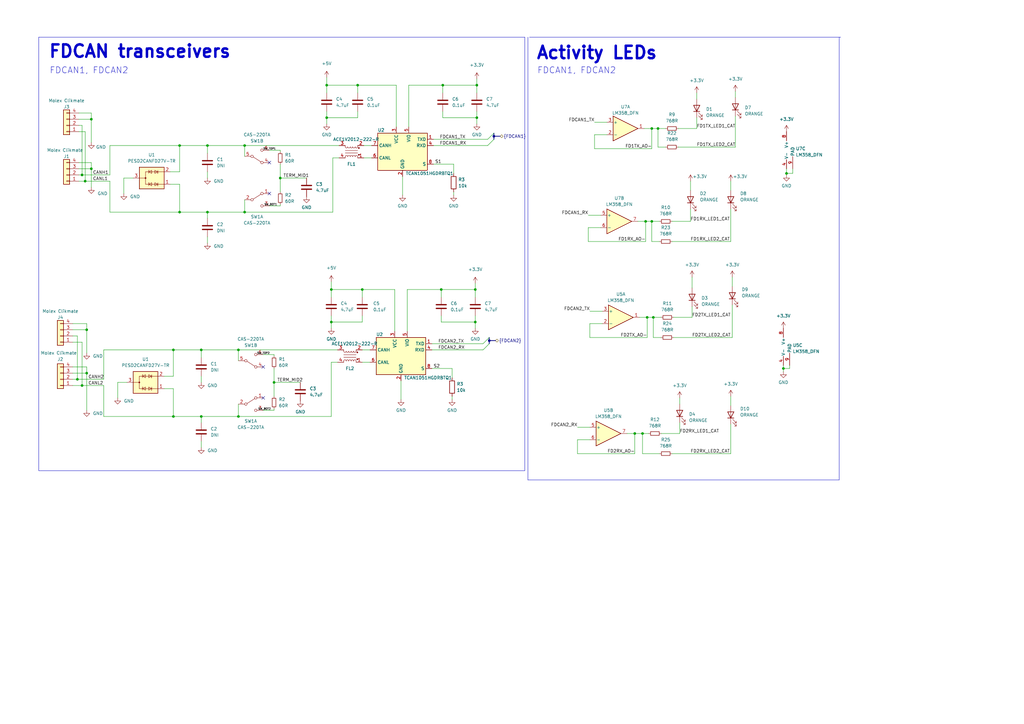
<source format=kicad_sch>
(kicad_sch (version 20230121) (generator eeschema)
  (paper "A3")
  (title_block (title "FDCAN Connectors") (date "2023-06-24") (company "EPFL Xplore") (comment 2 "Author : Vincent Nguyen"))
  (lib_symbols
    (symbol "0_interface_can:TCAN1051HGDQ1"
      (property "Reference" "U" (at 0 0 0))
      (property "Value" "TCAN1051HGDQ1" (at 0 0 0))
      (symbol "TCAN1051HGDQ1_1_1"
        (pin input line (at -12.7 5.08 0) (length 2.54) (name "TXD") (number "1"))
        (pin power_in line (at 0 -10.16 90) (length 2.54) (name "GND") (number "2"))
        (pin power_in line (at 2.54 10.16 270) (length 2.54) (name "VCC") (number "3"))
        (pin output line (at -12.7 2.54 0) (length 2.54) (name "RXD") (number "4"))
        (pin power_in line (at -2.54 10.16 270) (length 2.54) (name "VIO") (number "5"))
        (pin bidirectional line (at 12.7 -2.54 180) (length 2.54) (name "CANL") (number "6"))
        (pin bidirectional line (at 12.7 2.54 180) (length 2.54) (name "CANH") (number "7"))
        (pin input line (at -12.7 -5.08 0) (length 2.54) (name "S") (number "8"))
      )
    )
    (symbol "0_power_protection:PESD2CANFD27V-TR" (pin_names hide)
      (property "Reference" "U" (at -3.81 -6.985 0))
      (property "Value" "PESD2CANFD27V-TR" (at 14.605 -7.62 0))
      (symbol "PESD2CANFD27V-TR_0_0"
        (pin passive line (at 0 -8.255 90) (length 2.54) (name "CC") (number "3"))
      )
      (symbol "PESD2CANFD27V-TR_1_1"
        (pin passive line (at 2.54 6.985 270) (length 2.54) (name "K1") (number "1"))
        (pin passive line (at -2.54 6.985 270) (length 2.54) (name "K2") (number "2"))
      )
    )
    (symbol "Amplifier_Operational:LM358_DFN" (pin_names (offset 0.127))
      (property "Reference" "U" (at 0 5.08 0))
      (property "Value" "LM358_DFN" (at 0 -5.08 0))
      (symbol "LM358_DFN_1_1"
        (pin output line (at 7.62 0 180) (length 2.54) (name "~") (number "1"))
        (pin input line (at -7.62 -2.54 0) (length 2.54) (name "-") (number "2"))
        (pin input line (at -7.62 2.54 0) (length 2.54) (name "+") (number "3"))
      )
      (symbol "LM358_DFN_2_1"
        (pin input line (at -7.62 2.54 0) (length 2.54) (name "+") (number "5"))
        (pin input line (at -7.62 -2.54 0) (length 2.54) (name "-") (number "6"))
        (pin output line (at 7.62 0 180) (length 2.54) (name "~") (number "7"))
      )
      (symbol "LM358_DFN_3_1"
        (pin power_in line (at -2.54 -7.62 90) (length 3.81) (name "V-") (number "4"))
        (pin power_in line (at -2.54 7.62 270) (length 3.81) (name "V+") (number "8"))
        (pin power_in line (at 0 -7.62 90) (length 5.08) (name "PAD") (number "9"))
      )
    )
    (symbol "Connector_Generic:Conn_01x04" (pin_names (offset 1.016) hide)
      (property "Reference" "J" (at 0 5.08 0))
      (property "Value" "Conn_01x04" (at 0 -7.62 0))
      (symbol "Conn_01x04_1_1"
        (pin passive line (at -5.08 2.54 0) (length 3.81) (name "Pin_1") (number "1"))
        (pin passive line (at -5.08 0 0) (length 3.81) (name "Pin_2") (number "2"))
        (pin passive line (at -5.08 -2.54 0) (length 3.81) (name "Pin_3") (number "3"))
        (pin passive line (at -5.08 -5.08 0) (length 3.81) (name "Pin_4") (number "4"))
      )
    )
    (symbol "Device:C" (pin_numbers hide) (pin_names (offset 0.254))
      (property "Reference" "C" (at 0.635 2.54 0))
      (property "Value" "C" (at 0.635 -2.54 0))
      (symbol "C_1_1"
        (pin passive line (at 0 3.81 270) (length 2.794) (name "~") (number "1"))
        (pin passive line (at 0 -3.81 90) (length 2.794) (name "~") (number "2"))
      )
    )
    (symbol "Device:Filter_EMI_LL_1423" (pin_names hide)
      (property "Reference" "FL" (at 0 4.445 0))
      (property "Value" "Filter_EMI_LL_1423" (at 0 -4.445 0))
      (symbol "Filter_EMI_LL_1423_1_1"
        (pin passive line (at -5.08 -2.54 0) (length 2.54) (name "1") (number "1"))
        (pin passive line (at -5.08 2.54 0) (length 2.54) (name "2") (number "2"))
        (pin passive line (at 5.08 2.54 180) (length 2.54) (name "3") (number "3"))
        (pin passive line (at 5.08 -2.54 180) (length 2.54) (name "4") (number "4"))
      )
    )
    (symbol "Device:LED" (pin_numbers hide) (pin_names (offset 1.016) hide)
      (property "Reference" "D" (at 0 2.54 0))
      (property "Value" "LED" (at 0 -2.54 0))
      (symbol "LED_1_1"
        (pin passive line (at -3.81 0 0) (length 2.54) (name "K") (number "1"))
        (pin passive line (at 3.81 0 180) (length 2.54) (name "A") (number "2"))
      )
    )
    (symbol "Device:R" (pin_numbers hide) (pin_names (offset 0))
      (property "Reference" "R" (at 2.032 0 90))
      (property "Value" "R" (at 0 0 90))
      (symbol "R_1_1"
        (pin passive line (at 0 3.81 270) (length 1.27) (name "~") (number "1"))
        (pin passive line (at 0 -3.81 90) (length 1.27) (name "~") (number "2"))
      )
    )
    (symbol "Device:R_Small" (pin_numbers hide) (pin_names (offset 0.254) hide)
      (property "Reference" "R" (at 0.762 0.508 0))
      (property "Value" "R_Small" (at 0.762 -1.016 0))
      (symbol "R_Small_1_1"
        (pin passive line (at 0 2.54 270) (length 0.762) (name "~") (number "1"))
        (pin passive line (at 0 -2.54 90) (length 0.762) (name "~") (number "2"))
      )
    )
    (symbol "Switch:SW_DPDT_x2" (pin_names (offset 0) hide)
      (property "Reference" "SW" (at 0 4.318 0))
      (property "Value" "SW_DPDT_x2" (at 0 -5.08 0))
      (symbol "SW_DPDT_x2_1_1"
        (pin passive line (at 5.08 2.54 180) (length 2.54) (name "A") (number "1"))
        (pin passive line (at -5.08 0 0) (length 2.54) (name "B") (number "2"))
        (pin passive line (at 5.08 -2.54 180) (length 2.54) (name "C") (number "3"))
      )
      (symbol "SW_DPDT_x2_2_1"
        (pin passive line (at 5.08 2.54 180) (length 2.54) (name "A") (number "4"))
        (pin passive line (at -5.08 0 0) (length 2.54) (name "B") (number "5"))
        (pin passive line (at 5.08 -2.54 180) (length 2.54) (name "C") (number "6"))
      )
    )
    (symbol "power:+3.3V" (power) (pin_names (offset 0))
      (property "Value" "+3.3V" (at 0 3.556 0))
      (symbol "+3.3V_1_1"
        (pin power_in line (at 0 0 90) (length 0) hide (name "+3.3V") (number "1"))
      )
    )
    (symbol "power:+5V" (power) (pin_names (offset 0))
      (property "Value" "+5V" (at 0 3.556 0))
      (symbol "+5V_1_1"
        (pin power_in line (at 0 0 90) (length 0) hide (name "+5V") (number "1"))
      )
    )
    (symbol "power:GND" (power) (pin_names (offset 0))
      (property "Value" "GND" (at 0 -3.81 0))
      (symbol "GND_1_1"
        (pin power_in line (at 0 0 270) (length 0) hide (name "GND") (number "1"))
      )
    )
  )
  (junction (at 202.565 55.88))
  (junction (at 133.985 34.925))
  (junction (at 195.58 48.26))
  (junction (at 85.09 86.995))
  (junction (at 97.79 170.815))
  (junction (at 269.875 52.705))
  (junction (at 180.975 118.745))
  (junction (at 37.465 48.895))
  (junction (at 100.33 59.69))
  (junction (at 263.525 177.8))
  (junction (at 200.66 139.7))
  (junction (at 100.33 86.995))
  (junction (at 194.945 118.745))
  (junction (at 322.58 71.12))
  (junction (at 321.31 151.13))
  (junction (at 146.685 34.925))
  (junction (at 148.59 118.745))
  (junction (at 33.655 158.115))
  (junction (at 31.75 155.575))
  (junction (at 73.66 59.69))
  (junction (at 135.89 132.08))
  (junction (at 265.43 130.175))
  (junction (at 37.465 69.215))
  (junction (at 71.12 170.815))
  (junction (at 135.89 118.745))
  (junction (at 264.795 90.805))
  (junction (at 85.09 59.69))
  (junction (at 112.395 156.845))
  (junction (at 33.655 71.755))
  (junction (at 97.79 143.51))
  (junction (at 194.945 132.08))
  (junction (at 82.55 143.51))
  (junction (at 267.335 90.805))
  (junction (at 114.935 73.025))
  (junction (at 181.61 34.925))
  (junction (at 260.35 177.8))
  (junction (at 267.97 130.175))
  (junction (at 267.335 52.705))
  (junction (at 35.56 135.255))
  (junction (at 71.12 143.51))
  (junction (at 34.925 74.295))
  (junction (at 35.56 153.035))
  (junction (at 195.58 34.925))
  (junction (at 133.985 48.26))
  (junction (at 73.66 86.995))
  (junction (at 82.55 170.815))
  (no_connect (at 110.49 66.675))
  (no_connect (at 107.95 163.195))
  (no_connect (at 107.95 150.495))
  (no_connect (at 110.49 79.375))
  (bus_entry (at 200.025 59.69) (size 2.54 -2.54))
  (bus_entry (at 200.025 57.15) (size 2.54 -2.54))
  (bus_entry (at 198.12 143.51) (size 2.54 -2.54))
  (bus_entry (at 198.12 140.97) (size 2.54 -2.54))
  (wire (pts (xy 148.59 118.745) (xy 148.59 121.92)))
  (wire (pts (xy 283.21 90.805) (xy 283.21 85.725)))
  (wire (pts (xy 180.975 132.08) (xy 194.945 132.08)))
  (wire (pts (xy 265.43 130.175) (xy 267.97 130.175)))
  (wire (pts (xy 243.84 55.245) (xy 243.84 60.96)))
  (bus (pts (xy 202.565 55.88) (xy 202.565 57.15)))
  (wire (pts (xy 139.065 64.77) (xy 136.525 64.77)))
  (polyline (pts (xy 216.535 15.24) (xy 216.535 196.85)))
  (wire (pts (xy 267.97 138.43) (xy 271.145 138.43)))
  (wire (pts (xy 260.35 177.8) (xy 257.175 177.8)))
  (wire (pts (xy 267.97 130.175) (xy 271.145 130.175)))
  (wire (pts (xy 29.845 158.115) (xy 33.655 158.115)))
  (wire (pts (xy 241.935 127.635) (xy 247.015 127.635)))
  (wire (pts (xy 45.085 86.995) (xy 73.66 86.995)))
  (wire (pts (xy 241.935 132.715) (xy 241.935 138.43)))
  (wire (pts (xy 241.3 93.345) (xy 241.3 99.06)))
  (wire (pts (xy 82.55 143.51) (xy 82.55 146.685)))
  (wire (pts (xy 181.61 48.26) (xy 195.58 48.26)))
  (wire (pts (xy 185.42 162.56) (xy 185.42 163.83)))
  (wire (pts (xy 135.89 118.745) (xy 148.59 118.745)))
  (wire (pts (xy 97.79 165.735) (xy 97.79 170.815)))
  (wire (pts (xy 167.005 118.745) (xy 180.975 118.745)))
  (wire (pts (xy 267.335 60.96) (xy 267.335 52.705)))
  (wire (pts (xy 149.225 64.77) (xy 152.4 64.77)))
  (wire (pts (xy 246.38 93.345) (xy 241.3 93.345)))
  (wire (pts (xy 48.26 163.195) (xy 48.26 156.845)))
  (wire (pts (xy 85.09 70.485) (xy 85.09 73.025)))
  (wire (pts (xy 33.655 158.115) (xy 33.655 140.335)))
  (wire (pts (xy 195.58 32.385) (xy 195.58 34.925)))
  (wire (pts (xy 114.935 62.23) (xy 114.935 61.595)))
  (wire (pts (xy 283.845 113.665) (xy 283.845 118.11)))
  (wire (pts (xy 167.64 34.925) (xy 181.61 34.925)))
  (wire (pts (xy 31.75 155.575) (xy 42.545 155.575)))
  (wire (pts (xy 82.55 170.815) (xy 82.55 173.355)))
  (wire (pts (xy 276.225 138.43) (xy 300.355 138.43)))
  (wire (pts (xy 285.75 38.1) (xy 285.75 40.64)))
  (wire (pts (xy 285.75 52.705) (xy 285.75 48.26)))
  (wire (pts (xy 247.015 132.715) (xy 241.935 132.715)))
  (wire (pts (xy 265.43 130.175) (xy 262.255 130.175)))
  (wire (pts (xy 69.85 70.485) (xy 73.66 70.485)))
  (wire (pts (xy 149.225 59.69) (xy 152.4 59.69)))
  (wire (pts (xy 133.985 34.925) (xy 146.685 34.925)))
  (wire (pts (xy 82.55 143.51) (xy 97.79 143.51)))
  (wire (pts (xy 114.935 83.82) (xy 114.935 84.455)))
  (wire (pts (xy 283.21 74.295) (xy 283.21 78.105)))
  (wire (pts (xy 114.935 61.595) (xy 110.49 61.595)))
  (wire (pts (xy 50.8 79.375) (xy 50.8 73.025)))
  (wire (pts (xy 269.875 60.325) (xy 273.05 60.325)))
  (wire (pts (xy 85.09 59.69) (xy 85.09 62.865)))
  (wire (pts (xy 146.685 34.925) (xy 146.685 38.1)))
  (wire (pts (xy 236.855 175.26) (xy 241.935 175.26)))
  (wire (pts (xy 45.085 71.755) (xy 45.085 59.69)))
  (wire (pts (xy 45.085 59.69) (xy 73.66 59.69)))
  (wire (pts (xy 29.845 140.335) (xy 33.655 140.335)))
  (wire (pts (xy 135.89 148.59) (xy 138.43 148.59)))
  (wire (pts (xy 260.35 186.055) (xy 260.35 177.8)))
  (wire (pts (xy 42.545 143.51) (xy 71.12 143.51)))
  (wire (pts (xy 112.395 168.275) (xy 107.95 168.275)))
  (wire (pts (xy 301.625 47.625) (xy 301.625 60.325)))
  (wire (pts (xy 35.56 132.715) (xy 29.845 132.715)))
  (wire (pts (xy 29.845 153.035) (xy 35.56 153.035)))
  (wire (pts (xy 114.935 67.31) (xy 114.935 73.025)))
  (wire (pts (xy 136.525 86.995) (xy 136.525 64.77)))
  (wire (pts (xy 321.31 151.13) (xy 323.85 151.13)))
  (wire (pts (xy 167.64 34.925) (xy 167.64 52.07)))
  (wire (pts (xy 283.845 130.175) (xy 283.845 125.73)))
  (wire (pts (xy 97.79 143.51) (xy 97.79 147.955)))
  (wire (pts (xy 73.66 59.69) (xy 85.09 59.69)))
  (wire (pts (xy 241.3 88.265) (xy 246.38 88.265)))
  (wire (pts (xy 278.765 177.8) (xy 278.765 173.355)))
  (wire (pts (xy 112.395 145.415) (xy 107.95 145.415)))
  (wire (pts (xy 71.12 159.385) (xy 71.12 170.815)))
  (wire (pts (xy 161.925 118.745) (xy 161.925 135.89)))
  (wire (pts (xy 301.625 37.465) (xy 301.625 40.005)))
  (wire (pts (xy 71.12 170.815) (xy 82.55 170.815)))
  (wire (pts (xy 112.395 156.845) (xy 112.395 162.56)))
  (wire (pts (xy 50.8 73.025) (xy 54.61 73.025)))
  (wire (pts (xy 31.75 155.575) (xy 31.75 137.795)))
  (wire (pts (xy 278.13 52.705) (xy 285.75 52.705)))
  (wire (pts (xy 33.655 51.435) (xy 32.385 51.435)))
  (wire (pts (xy 32.385 74.295) (xy 34.925 74.295)))
  (wire (pts (xy 299.72 162.56) (xy 299.72 166.37)))
  (wire (pts (xy 135.89 170.815) (xy 135.89 148.59)))
  (wire (pts (xy 135.89 132.08) (xy 135.89 129.54)))
  (wire (pts (xy 269.875 52.705) (xy 269.875 60.325)))
  (wire (pts (xy 112.395 151.13) (xy 112.395 156.845)))
  (wire (pts (xy 271.145 177.8) (xy 278.765 177.8)))
  (wire (pts (xy 146.685 45.72) (xy 146.685 48.26)))
  (wire (pts (xy 32.385 66.675) (xy 37.465 66.675)))
  (wire (pts (xy 162.56 34.925) (xy 162.56 52.07)))
  (wire (pts (xy 267.97 130.175) (xy 267.97 138.43)))
  (wire (pts (xy 264.795 90.805) (xy 261.62 90.805)))
  (wire (pts (xy 300.355 113.665) (xy 300.355 117.475)))
  (wire (pts (xy 236.855 180.34) (xy 236.855 186.055)))
  (wire (pts (xy 32.385 71.755) (xy 33.655 71.755)))
  (wire (pts (xy 37.465 69.215) (xy 37.465 76.835)))
  (wire (pts (xy 180.975 118.745) (xy 194.945 118.745)))
  (wire (pts (xy 177.165 140.97) (xy 198.12 140.97)))
  (wire (pts (xy 148.59 132.08) (xy 135.89 132.08)))
  (wire (pts (xy 67.31 154.305) (xy 71.12 154.305)))
  (wire (pts (xy 48.26 156.845) (xy 52.07 156.845)))
  (wire (pts (xy 133.985 31.75) (xy 133.985 34.925)))
  (wire (pts (xy 71.12 143.51) (xy 82.55 143.51)))
  (bus (pts (xy 202.565 55.88) (xy 205.105 55.88)))
  (wire (pts (xy 265.43 138.43) (xy 265.43 130.175)))
  (wire (pts (xy 85.09 86.995) (xy 100.33 86.995)))
  (wire (pts (xy 29.845 137.795) (xy 31.75 137.795)))
  (wire (pts (xy 35.56 150.495) (xy 29.845 150.495)))
  (wire (pts (xy 148.59 118.745) (xy 161.925 118.745)))
  (wire (pts (xy 33.655 71.755) (xy 45.085 71.755)))
  (wire (pts (xy 73.66 86.995) (xy 85.09 86.995)))
  (wire (pts (xy 181.61 34.925) (xy 195.58 34.925)))
  (wire (pts (xy 300.355 125.095) (xy 300.355 138.43)))
  (wire (pts (xy 276.225 130.175) (xy 283.845 130.175)))
  (wire (pts (xy 186.055 67.31) (xy 177.8 67.31)))
  (wire (pts (xy 37.465 66.675) (xy 37.465 69.215)))
  (wire (pts (xy 167.005 118.745) (xy 167.005 135.89)))
  (polyline (pts (xy 344.17 196.85) (xy 344.17 15.24)))
  (wire (pts (xy 164.465 156.21) (xy 164.465 163.83)))
  (wire (pts (xy 264.795 90.805) (xy 267.335 90.805)))
  (wire (pts (xy 133.985 48.26) (xy 133.985 50.8)))
  (wire (pts (xy 275.59 99.06) (xy 299.72 99.06)))
  (wire (pts (xy 321.31 152.4) (xy 321.31 151.13)))
  (wire (pts (xy 267.335 99.06) (xy 270.51 99.06)))
  (wire (pts (xy 264.795 99.06) (xy 264.795 90.805)))
  (wire (pts (xy 133.985 38.1) (xy 133.985 34.925)))
  (wire (pts (xy 135.89 121.92) (xy 135.89 118.745)))
  (wire (pts (xy 112.395 156.845) (xy 123.19 156.845)))
  (wire (pts (xy 37.465 46.355) (xy 37.465 48.895)))
  (wire (pts (xy 243.84 50.165) (xy 248.92 50.165)))
  (wire (pts (xy 29.845 135.255) (xy 35.56 135.255)))
  (wire (pts (xy 42.545 170.815) (xy 71.12 170.815)))
  (wire (pts (xy 180.975 121.92) (xy 180.975 118.745)))
  (wire (pts (xy 278.765 163.195) (xy 278.765 165.735)))
  (wire (pts (xy 148.59 148.59) (xy 151.765 148.59)))
  (wire (pts (xy 241.3 99.06) (xy 264.795 99.06)))
  (wire (pts (xy 69.85 75.565) (xy 73.66 75.565)))
  (wire (pts (xy 135.89 115.57) (xy 135.89 118.745)))
  (bus (pts (xy 200.66 138.43) (xy 200.66 139.7)))
  (wire (pts (xy 267.335 90.805) (xy 267.335 99.06)))
  (wire (pts (xy 243.84 60.96) (xy 267.335 60.96)))
  (wire (pts (xy 325.12 71.12) (xy 325.12 69.215)))
  (wire (pts (xy 165.1 72.39) (xy 165.1 80.01)))
  (wire (pts (xy 42.545 158.115) (xy 42.545 170.815)))
  (wire (pts (xy 100.33 59.69) (xy 139.065 59.69)))
  (wire (pts (xy 35.56 135.255) (xy 35.56 144.78)))
  (wire (pts (xy 177.8 59.69) (xy 200.025 59.69)))
  (wire (pts (xy 177.165 143.51) (xy 198.12 143.51)))
  (wire (pts (xy 34.925 74.295) (xy 45.085 74.295)))
  (polyline (pts (xy 217.17 15.24) (xy 344.805 15.24)))
  (wire (pts (xy 299.72 173.99) (xy 299.72 186.055)))
  (wire (pts (xy 112.395 146.05) (xy 112.395 145.415)))
  (wire (pts (xy 32.385 69.215) (xy 37.465 69.215)))
  (wire (pts (xy 97.79 170.815) (xy 135.89 170.815)))
  (wire (pts (xy 278.13 60.325) (xy 301.625 60.325)))
  (wire (pts (xy 85.09 97.155) (xy 85.09 99.695)))
  (wire (pts (xy 82.55 170.815) (xy 97.79 170.815)))
  (wire (pts (xy 42.545 155.575) (xy 42.545 143.51)))
  (wire (pts (xy 34.925 53.975) (xy 34.925 74.295)))
  (wire (pts (xy 114.935 84.455) (xy 110.49 84.455)))
  (wire (pts (xy 321.31 149.86) (xy 321.31 151.13)))
  (wire (pts (xy 32.385 46.355) (xy 37.465 46.355)))
  (wire (pts (xy 185.42 151.13) (xy 177.165 151.13)))
  (wire (pts (xy 267.335 52.705) (xy 269.875 52.705)))
  (wire (pts (xy 195.58 45.72) (xy 195.58 48.26)))
  (wire (pts (xy 45.085 74.295) (xy 45.085 86.995)))
  (wire (pts (xy 112.395 167.64) (xy 112.395 168.275)))
  (wire (pts (xy 100.33 59.69) (xy 100.33 64.135)))
  (bus (pts (xy 200.66 139.7) (xy 200.66 140.97)))
  (wire (pts (xy 35.56 132.715) (xy 35.56 135.255)))
  (wire (pts (xy 260.35 177.8) (xy 263.525 177.8)))
  (wire (pts (xy 33.655 158.115) (xy 42.545 158.115)))
  (wire (pts (xy 32.385 48.895) (xy 37.465 48.895)))
  (wire (pts (xy 241.935 138.43) (xy 265.43 138.43)))
  (wire (pts (xy 73.66 75.565) (xy 73.66 86.995)))
  (wire (pts (xy 195.58 48.26) (xy 195.58 50.8)))
  (wire (pts (xy 194.945 118.745) (xy 194.945 121.92)))
  (wire (pts (xy 37.465 48.895) (xy 37.465 58.42)))
  (bus (pts (xy 202.565 54.61) (xy 202.565 55.88)))
  (wire (pts (xy 85.09 86.995) (xy 85.09 89.535)))
  (wire (pts (xy 100.33 81.915) (xy 100.33 86.995)))
  (wire (pts (xy 85.09 59.69) (xy 100.33 59.69)))
  (wire (pts (xy 148.59 129.54) (xy 148.59 132.08)))
  (wire (pts (xy 263.525 177.8) (xy 266.065 177.8)))
  (wire (pts (xy 275.59 186.055) (xy 299.72 186.055)))
  (wire (pts (xy 263.525 177.8) (xy 263.525 186.055)))
  (wire (pts (xy 322.58 71.12) (xy 322.58 69.215)))
  (wire (pts (xy 322.58 71.755) (xy 322.58 71.12)))
  (wire (pts (xy 241.935 180.34) (xy 236.855 180.34)))
  (wire (pts (xy 195.58 34.925) (xy 195.58 38.1)))
  (wire (pts (xy 177.8 57.15) (xy 200.025 57.15)))
  (wire (pts (xy 322.58 71.12) (xy 325.12 71.12)))
  (wire (pts (xy 181.61 38.1) (xy 181.61 34.925)))
  (wire (pts (xy 194.945 116.205) (xy 194.945 118.745)))
  (wire (pts (xy 299.72 85.725) (xy 299.72 99.06)))
  (wire (pts (xy 267.335 90.805) (xy 270.51 90.805)))
  (wire (pts (xy 148.59 143.51) (xy 151.765 143.51)))
  (wire (pts (xy 97.79 143.51) (xy 138.43 143.51)))
  (wire (pts (xy 146.685 34.925) (xy 162.56 34.925)))
  (bus (pts (xy 200.66 139.7) (xy 203.2 139.7)))
  (wire (pts (xy 194.945 132.08) (xy 194.945 134.62)))
  (wire (pts (xy 33.655 71.755) (xy 33.655 51.435)))
  (wire (pts (xy 133.985 48.26) (xy 133.985 45.72)))
  (wire (pts (xy 323.85 151.13) (xy 323.85 149.86)))
  (wire (pts (xy 71.12 154.305) (xy 71.12 143.51)))
  (wire (pts (xy 146.685 48.26) (xy 133.985 48.26)))
  (polyline (pts (xy 216.535 196.85) (xy 344.17 196.85)))
  (wire (pts (xy 67.31 159.385) (xy 71.12 159.385)))
  (wire (pts (xy 100.33 86.995) (xy 136.525 86.995)))
  (wire (pts (xy 35.56 150.495) (xy 35.56 153.035)))
  (wire (pts (xy 29.845 155.575) (xy 31.75 155.575)))
  (wire (pts (xy 275.59 90.805) (xy 283.21 90.805)))
  (wire (pts (xy 135.89 132.08) (xy 135.89 134.62)))
  (wire (pts (xy 32.385 53.975) (xy 34.925 53.975)))
  (wire (pts (xy 267.335 52.705) (xy 264.16 52.705)))
  (wire (pts (xy 82.55 180.975) (xy 82.55 183.515)))
  (wire (pts (xy 248.92 55.245) (xy 243.84 55.245)))
  (wire (pts (xy 263.525 186.055) (xy 270.51 186.055)))
  (wire (pts (xy 181.61 48.26) (xy 181.61 45.72)))
  (wire (pts (xy 73.66 70.485) (xy 73.66 59.69)))
  (wire (pts (xy 114.935 73.025) (xy 125.73 73.025)))
  (wire (pts (xy 186.055 71.12) (xy 186.055 67.31)))
  (wire (pts (xy 194.945 129.54) (xy 194.945 132.08)))
  (wire (pts (xy 269.875 52.705) (xy 273.05 52.705)))
  (wire (pts (xy 299.72 74.295) (xy 299.72 78.105)))
  (wire (pts (xy 180.975 132.08) (xy 180.975 129.54)))
  (wire (pts (xy 185.42 154.94) (xy 185.42 151.13)))
  (wire (pts (xy 82.55 154.305) (xy 82.55 156.845)))
  (wire (pts (xy 35.56 153.035) (xy 35.56 168.275)))
  (wire (pts (xy 186.055 78.74) (xy 186.055 80.01)))
  (wire (pts (xy 114.935 73.025) (xy 114.935 78.74)))
  (wire (pts (xy 236.855 186.055) (xy 260.35 186.055)))
  (rectangle (start 15.875 15.24) (end 215.265 193.04))
  (text "FDCAN1, FDCAN2" (at 20.32 30.48 0) (effects (font (size 2.54 2.54)) (justify left bottom)))
  (text "FDCAN transceivers\n\n" (at 19.685 32.385 0) (effects (font (size 5.08 5.08) (thickness 1.016) bold) (justify left bottom)))
  (text "Activity LEDs" (at 219.71 24.765 0) (effects (font (size 5.08 5.08) (thickness 1.016) bold) (justify left bottom)))
  (text "FDCAN1, FDCAN2\n" (at 220.345 30.48 0) (effects (font (size 2.54 2.54)) (justify left bottom)))
  (label "S1" (at 178.435 67.31 0))
  (label "FDCAN2_TX" (at 179.705 140.97 0))
  (label "FD1TX_AO-" (at 267.335 60.96 180))
  (label "FD2RX_LED2_CAT" (at 283.21 186.055 0))
  (label "SW_BOT1" (at 113.665 84.455 180) (effects (font (size 0.762 0.762))))
  (label "FDCAN1_RX" (at 180.34 59.69 0))
  (label "S2" (at 177.8 151.13 0))
  (label "TERM_MID2" (at 113.665 156.845 0))
  (label "FD2TX_LED2_CAT" (at 283.845 138.43 0))
  (label "FDCAN1_TX" (at 243.84 50.165 180))
  (label "SW_TOP1" (at 113.1882 61.595 180) (effects (font (size 0.762 0.762))))
  (label "FD1RX_LED2_CAT" (at 283.21 99.06 0))
  (label "FDCAN2_TX" (at 241.935 127.635 180))
  (label "SW_TOP2" (at 110.6482 145.415 180) (effects (font (size 0.762 0.762))))
  (label "FDCAN1_RX" (at 241.3 88.265 180))
  (label "FD1RX_AO-" (at 264.795 99.06 180))
  (label "FDCAN2_RX" (at 179.705 143.51 0))
  (label "CANL2" (at 36.195 158.115 0))
  (label "FD2RX_AO-" (at 260.35 186.055 180))
  (label "FD1RX_LED1_CAT" (at 283.21 90.805 0))
  (label "CANH1" (at 38.1 71.755 0))
  (label "FD2TX_AO-" (at 265.43 138.43 180))
  (label "TERM_MID1" (at 116.205 73.025 0))
  (label "FDCAN2_RX" (at 236.855 175.26 180))
  (label "FD2RX_LED1_CAT" (at 278.765 177.8 0))
  (label "CANL1" (at 38.1 74.295 0))
  (label "FD2TX_LED1_CAT" (at 283.845 130.175 0))
  (label "SW_BOT2" (at 111.125 168.275 180) (effects (font (size 0.762 0.762))))
  (label "FDCAN1_TX" (at 180.34 57.15 0))
  (label "FD1TX_LED2_CAT" (at 301.625 60.325 180))
  (label "FD1TX_LED1_CAT" (at 285.75 52.705 0))
  (label "CANH2" (at 36.195 155.575 0))
  (hierarchical_label "{FDCAN1}" (shape bidirectional) (at 205.105 55.88 0))
  (hierarchical_label "{FDCAN2}" (shape bidirectional) (at 203.2 139.7 0))
  (symbol (lib_id "Device:LED") (at 278.765 169.545 90) (unit 1)
    (property "Reference" "D4" (at 282.575 169.8624 90) (effects (justify right)))
    (property "Value" "ORANGE" (at 282.575 172.4024 90) (effects (justify right)))
    (property "Footprint" "LED_SMD:LED_0603_1608Metric" (effects hide))
    (property "Datasheet" "https://optoelectronics.liteon.com/upload/download/DS22-2000-222/LTST-C191KFKT.pdf" (effects hide))
  )
  (symbol (lib_id "0_interface_can:TCAN1051HGDQ1") (at 164.465 146.05 0) (mirror y) (unit 1)
    (property "Reference" "U2" (at 154.305 137.16 0) (effects (justify right)))
    (property "Value" "TCAN1051HGDRBTQ1" (at 165.735 154.94 0) (effects (justify right)))
    (property "Footprint" "Package_SON:HVSON-8-1EP_3x3mm_P0.65mm_EP1.6x2.4mm" (effects hide))
    (property "Datasheet" "https://www.ti.com/lit/ds/symlink/tcan1051g-q1.pdf?HQS=dis-mous-null-mousermode-dsf-pf-null-wwe&ts=1667828631710&ref_url=https%253A%252F%252Fwww.mouser.ch%252F" (effects hide))
    (instances (project "can_transceiver" (path "" (reference "U2") (unit 1))) (project "orion_pcb" (path "" (reference "U4") (unit 1))))
  )
  (symbol (lib_id "Device:C") (at 195.58 41.91 0) (unit 1)
    (property "Reference" "C7" (at 199.39 40.6399 0) (effects (justify left)))
    (property "Value" "4.7uF" (at 199.39 43.1799 0) (effects (justify left)))
    (property "Footprint" "Capacitor_SMD:C_0402_1005Metric" (effects hide))
  )
  (symbol (lib_id "power:GND") (at 37.465 76.835 0) (unit 1)
    (property "Reference" "#PWR01" (effects hide))
    (property "Value" "GND" (at 40.005 79.375 0) (effects (justify left)))
    (instances (project "can_transceiver" (path "" (reference "#PWR01") (unit 1))) (project "orion_pcb" (path "" (reference "#PWR022") (unit 1))))
  )
  (symbol (lib_id "Device:C") (at 125.73 76.835 0) (unit 1)
    (property "Reference" "C3" (at 129.54 75.5649 0) (effects (justify left)))
    (property "Value" "4.7uF" (at 129.54 78.1049 0) (effects (justify left)))
    (property "Footprint" "Capacitor_SMD:C_0402_1005Metric" (effects hide))
  )
  (symbol (lib_id "Device:LED") (at 300.355 121.285 90) (unit 1)
    (property "Reference" "D9" (at 304.165 118.745 90) (effects (justify right)))
    (property "Value" "ORANGE" (at 304.165 121.285 90) (effects (justify right)))
    (property "Footprint" "LED_SMD:LED_0603_1608Metric" (effects hide))
    (property "Datasheet" "https://optoelectronics.liteon.com/upload/download/DS22-2000-222/LTST-C191KFKT.pdf" (effects hide))
  )
  (symbol (lib_id "Device:R_Small") (at 268.605 177.8 90) (unit 1)
    (property "Reference" "R12" (at 268.605 172.085 90))
    (property "Value" "768R" (at 268.605 174.625 90))
    (property "Footprint" "Resistor_SMD:R_0402_1005Metric" (effects hide))
  )
  (symbol (lib_id "0_power_protection:PESD2CANFD27V-TR") (at 60.325 156.845 270) (unit 1)
    (property "Reference" "U1" (at 59.69 147.32 90))
    (property "Value" "PESD2CANFD27V-TR" (at 59.69 149.86 90))
    (property "Footprint" "Package_TO_SOT_SMD:SOT-23" (effects hide))
    (property "Datasheet" "https://assets.nexperia.com/documents/data-sheet/PESD2CANFD27V-T.pdf" (effects hide))
    (property "Manufacturer ref" "PESD2CANFD27V-TR" (effects hide))
    (property "Digikey ref" "1727-PESD2CANFD27V-CT-ND" (effects hide))
    (instances (project "can_transceiver" (path "" (reference "U1") (unit 1))) (project "orion_pcb" (path "" (reference "U3") (unit 1))))
  )
  (symbol (lib_id "Device:R_Small") (at 273.05 186.055 90) (unit 1)
    (property "Reference" "R25" (at 273.05 180.34 90))
    (property "Value" "768R" (at 273.05 182.88 90))
    (property "Footprint" "Resistor_SMD:R_0402_1005Metric" (effects hide))
  )
  (symbol (lib_id "Device:Filter_EMI_LL_1423") (at 143.51 146.05 0) (mirror y) (unit 1)
    (property "Reference" "FL2" (at 143.51 151.13 0))
    (property "Value" "ACE1V2012-222-R" (at 145.415 140.97 0))
    (property "Footprint" "Inductor_SMD:L_CommonModeChoke_Coilcraft_0805USB" (effects hide))
    (property "Datasheet" "https://www.eaton.com/content/dam/eaton/products/electronic-components/resources/data-sheet/eaton-ace1v2012-automotive-common-mode-chip-inductor-data-sheet.pdf" (effects hide))
  )
  (symbol (lib_id "Device:C") (at 135.89 125.73 0) (unit 1)
    (property "Reference" "C4" (at 139.7 124.4599 0) (effects (justify left)))
    (property "Value" "4.7uF" (at 139.7 126.9999 0) (effects (justify left)))
    (property "Footprint" "Capacitor_SMD:C_0402_1005Metric" (effects hide))
    (instances (project "can_transceiver" (path "" (reference "C4") (unit 1))) (project "orion_pcb" (path "" (reference "C11") (unit 1))))
  )
  (symbol (lib_id "Connector_Generic:Conn_01x04") (at 27.305 51.435 180) (unit 1)
    (property "Reference" "J3" (at 27.305 43.815 0))
    (property "Value" "Molex Clikmate" (at 27.305 41.275 0))
    (property "Footprint" "Connector_Molex:Molex_CLIK-Mate_502386-0470_1x04-1MP_P1.25mm_Horizontal" (effects hide))
  )
  (symbol (lib_id "power:GND") (at 194.945 134.62 0) (unit 1)
    (property "Reference" "#PWR09" (effects hide))
    (property "Value" "GND" (at 194.945 139.065 0))
    (instances (project "can_transceiver" (path "" (reference "#PWR09") (unit 1))) (project "orion_pcb" (path "" (reference "#PWR021") (unit 1))))
  )
  (symbol (lib_id "Device:R_Small") (at 114.935 81.28 0) (unit 1)
    (property "Reference" "R2" (at 116.84 80.0099 0) (effects (justify left)))
    (property "Value" "60R" (at 116.84 82.5499 0) (effects (justify left)))
    (property "Footprint" "Resistor_SMD:R_0402_1005Metric" (effects hide))
    (instances (project "can_transceiver" (path "" (reference "R2") (unit 1))) (project "orion_pcb" (path "" (reference "R4") (unit 1))))
  )
  (symbol (lib_id "Device:LED") (at 283.21 81.915 90) (unit 1)
    (property "Reference" "D2" (at 287.02 79.375 90) (effects (justify right)))
    (property "Value" "ORANGE" (at 287.02 81.915 90) (effects (justify right)))
    (property "Footprint" "LED_SMD:LED_0603_1608Metric" (effects hide))
    (property "Datasheet" "https://optoelectronics.liteon.com/upload/download/DS22-2000-222/LTST-C191KFKT.pdf" (effects hide))
  )
  (symbol (lib_id "power:GND") (at 135.89 134.62 0) (unit 1)
    (property "Reference" "#PWR06" (effects hide))
    (property "Value" "GND" (at 135.89 139.065 0))
    (instances (project "can_transceiver" (path "" (reference "#PWR06") (unit 1))) (project "orion_pcb" (path "" (reference "#PWR017") (unit 1))))
  )
  (symbol (lib_id "Amplifier_Operational:LM358_DFN") (at 254 90.805 0) (unit 2)
    (property "Reference" "U7" (at 254 81.28 0))
    (property "Value" "LM358_DFN" (at 254 83.82 0))
    (property "Footprint" "Package_DFN_QFN:DFN-8-1EP_2x2mm_P0.5mm_EP1.05x1.75mm" (effects hide))
    (property "Datasheet" "www.st.com/resource/en/datasheet/lm358.pdf" (effects hide))
  )
  (symbol (lib_id "Device:R_Small") (at 273.05 99.06 90) (unit 1)
    (property "Reference" "R23" (at 273.05 93.345 90))
    (property "Value" "768R" (at 273.05 95.885 90))
    (property "Footprint" "Resistor_SMD:R_0402_1005Metric" (effects hide))
  )
  (symbol (lib_id "Device:LED") (at 283.845 121.92 90) (unit 1)
    (property "Reference" "D3" (at 287.655 122.2374 90) (effects (justify right)))
    (property "Value" "ORANGE" (at 287.655 124.7774 90) (effects (justify right)))
    (property "Footprint" "LED_SMD:LED_0603_1608Metric" (effects hide))
    (property "Datasheet" "https://optoelectronics.liteon.com/upload/download/DS22-2000-222/LTST-C191KFKT.pdf" (effects hide))
  )
  (symbol (lib_id "power:GND") (at 85.09 73.025 0) (unit 1)
    (property "Reference" "#PWR02" (effects hide))
    (property "Value" "GND" (at 87.63 74.2949 0) (effects (justify left)))
    (instances (project "can_transceiver" (path "" (reference "#PWR02") (unit 1))) (project "orion_pcb" (path "" (reference "#PWR03") (unit 1))))
  )
  (symbol (lib_id "power:GND") (at 133.985 50.8 0) (unit 1)
    (property "Reference" "#PWR06" (effects hide))
    (property "Value" "GND" (at 133.985 55.245 0))
    (instances (project "can_transceiver" (path "" (reference "#PWR06") (unit 1))) (project "orion_pcb" (path "" (reference "#PWR07") (unit 1))))
  )
  (symbol (lib_id "power:+3.3V") (at 195.58 32.385 0) (unit 1)
    (property "Reference" "#PWR08" (effects hide))
    (property "Value" "+3.3V" (at 195.58 26.67 0))
    (instances (project "can_transceiver" (path "" (reference "#PWR08") (unit 1))) (project "orion_pcb" (path "" (reference "#PWR010") (unit 1))))
  )
  (symbol (lib_id "Device:C") (at 146.685 41.91 0) (unit 1)
    (property "Reference" "C5" (at 150.495 40.6399 0) (effects (justify left)))
    (property "Value" "0.1uF" (at 150.495 43.1799 0) (effects (justify left)))
    (property "Footprint" "Capacitor_SMD:C_0402_1005Metric" (effects hide))
  )
  (symbol (lib_id "Switch:SW_DPDT_x2") (at 105.41 81.915 0) (unit 1)
    (property "Reference" "SW1" (at 105.41 88.9 0))
    (property "Value" "CAS-220TA" (at 105.41 91.44 0))
    (property "Footprint" "0_switch_button:CAS-220A_NDC-L" (effects hide))
    (property "Datasheet" "https://www.nidec-copal-electronics.com/e/catalog/switch/cas.pdf" (effects hide))
    (property "Manufacturer ref" "CAS-220TA" (effects hide))
    (property "Digikey ref" "CAS220JTR-ND" (effects hide))
  )
  (symbol (lib_id "power:GND") (at 195.58 50.8 0) (unit 1)
    (property "Reference" "#PWR09" (effects hide))
    (property "Value" "GND" (at 195.58 55.245 0))
    (instances (project "can_transceiver" (path "" (reference "#PWR09") (unit 1))) (project "orion_pcb" (path "" (reference "#PWR011") (unit 1))))
  )
  (symbol (lib_id "power:GND") (at 82.55 183.515 0) (unit 1)
    (property "Reference" "#PWR03" (effects hide))
    (property "Value" "GND" (at 85.09 184.7849 0) (effects (justify left)))
    (instances (project "can_transceiver" (path "" (reference "#PWR03") (unit 1))) (project "orion_pcb" (path "" (reference "#PWR014") (unit 1))))
  )
  (symbol (lib_id "power:GND") (at 125.73 80.645 0) (unit 1)
    (property "Reference" "#PWR04" (effects hide))
    (property "Value" "GND" (at 125.73 85.09 0))
    (instances (project "can_transceiver" (path "" (reference "#PWR04") (unit 1))) (project "orion_pcb" (path "" (reference "#PWR05") (unit 1))))
  )
  (symbol (lib_id "Device:C") (at 194.945 125.73 0) (unit 1)
    (property "Reference" "C7" (at 198.755 124.4599 0) (effects (justify left)))
    (property "Value" "4.7uF" (at 198.755 126.9999 0) (effects (justify left)))
    (property "Footprint" "Capacitor_SMD:C_0402_1005Metric" (effects hide))
    (instances (project "can_transceiver" (path "" (reference "C7") (unit 1))) (project "orion_pcb" (path "" (reference "C14") (unit 1))))
  )
  (symbol (lib_id "power:+3.3V") (at 321.31 134.62 0) (unit 1)
    (property "Reference" "#PWR035" (effects hide))
    (property "Value" "+3.3V" (at 321.31 129.54 0))
  )
  (symbol (lib_id "power:+3.3V") (at 301.625 37.465 0) (unit 1)
    (property "Reference" "#PWR042" (effects hide))
    (property "Value" "+3.3V" (at 301.625 32.385 0))
  )
  (symbol (lib_id "power:GND") (at 35.56 168.275 0) (unit 1)
    (property "Reference" "#PWR03" (effects hide))
    (property "Value" "GND" (at 38.1 169.5449 0) (effects (justify left)))
    (instances (project "can_transceiver" (path "" (reference "#PWR03") (unit 1))) (project "orion_pcb" (path "" (reference "#PWR023") (unit 1))))
  )
  (symbol (lib_id "0_power_protection:PESD2CANFD27V-TR") (at 62.865 73.025 270) (unit 1)
    (property "Reference" "U1" (at 62.23 63.5 90))
    (property "Value" "PESD2CANFD27V-TR" (at 62.23 66.04 90))
    (property "Footprint" "Package_TO_SOT_SMD:SOT-23" (effects hide))
    (property "Datasheet" "https://assets.nexperia.com/documents/data-sheet/PESD2CANFD27V-T.pdf" (effects hide))
    (property "Manufacturer ref" "PESD2CANFD27V-TR" (effects hide))
    (property "Digikey ref" "1727-PESD2CANFD27V-CT-ND" (effects hide))
  )
  (symbol (lib_id "power:+3.3V") (at 278.765 163.195 0) (unit 1)
    (property "Reference" "#PWR027" (effects hide))
    (property "Value" "+3.3V" (at 278.765 158.115 0))
  )
  (symbol (lib_id "power:+3.3V") (at 194.945 116.205 0) (unit 1)
    (property "Reference" "#PWR08" (effects hide))
    (property "Value" "+3.3V" (at 194.945 110.49 0))
    (instances (project "can_transceiver" (path "" (reference "#PWR08") (unit 1))) (project "orion_pcb" (path "" (reference "#PWR020") (unit 1))))
  )
  (symbol (lib_id "Switch:SW_DPDT_x2") (at 102.87 147.955 0) (mirror x) (unit 2)
    (property "Reference" "SW1" (at 102.87 141.605 0))
    (property "Value" "CAS-220TA" (at 102.87 139.065 0))
    (property "Footprint" "0_switch_button:CAS-220A_NDC-L" (effects hide))
    (property "Datasheet" "https://www.nidec-copal-electronics.com/e/catalog/switch/cas.pdf" (effects hide))
    (property "Manufacturer ref" "CAS-220TA" (effects hide))
    (property "Digikey ref" "CAS220JTR-ND" (effects hide))
    (instances (project "can_transceiver" (path "" (reference "SW1") (unit 2))) (project "orion_pcb" (path "" (reference "SW3") (unit 2))))
  )
  (symbol (lib_id "Device:R_Small") (at 112.395 165.1 0) (unit 1)
    (property "Reference" "R2" (at 114.3 163.8299 0) (effects (justify left)))
    (property "Value" "60R" (at 114.3 166.3699 0) (effects (justify left)))
    (property "Footprint" "Resistor_SMD:R_0402_1005Metric" (effects hide))
    (instances (project "can_transceiver" (path "" (reference "R2") (unit 1))) (project "orion_pcb" (path "" (reference "R7") (unit 1))))
  )
  (symbol (lib_id "Device:LED") (at 285.75 44.45 90) (unit 1)
    (property "Reference" "D1" (at 289.56 44.7674 90) (effects (justify right)))
    (property "Value" "ORANGE" (at 289.56 47.3074 90) (effects (justify right)))
    (property "Footprint" "LED_SMD:LED_0603_1608Metric" (effects hide))
    (property "Datasheet" "https://optoelectronics.liteon.com/upload/download/DS22-2000-222/LTST-C191KFKT.pdf" (effects hide))
  )
  (symbol (lib_id "Device:R") (at 186.055 74.93 0) (unit 1)
    (property "Reference" "R3" (at 187.96 73.6599 0) (effects (justify left)))
    (property "Value" "10k" (at 187.96 76.1999 0) (effects (justify left)))
    (property "Footprint" "Resistor_SMD:R_0402_1005Metric" (effects hide))
    (instances (project "can_transceiver" (path "" (reference "R3") (unit 1))) (project "orion_pcb" (path "" (reference "R5") (unit 1))))
  )
  (symbol (lib_id "power:+5V") (at 133.985 31.75 0) (unit 1)
    (property "Reference" "#PWR05" (effects hide))
    (property "Value" "+5V" (at 133.985 26.035 0))
    (instances (project "can_transceiver" (path "" (reference "#PWR05") (unit 1))) (project "orion_pcb" (path "" (reference "#PWR06") (unit 1))))
  )
  (symbol (lib_id "Device:C") (at 133.985 41.91 0) (unit 1)
    (property "Reference" "C4" (at 137.795 40.6399 0) (effects (justify left)))
    (property "Value" "4.7uF" (at 137.795 43.1799 0) (effects (justify left)))
    (property "Footprint" "Capacitor_SMD:C_0402_1005Metric" (effects hide))
  )
  (symbol (lib_id "Connector_Generic:Conn_01x04") (at 27.305 71.755 180) (unit 1)
    (property "Reference" "J1" (at 27.305 64.135 0))
    (property "Value" "Molex Clikmate" (at 26.67 61.595 0))
    (property "Footprint" "Connector_Molex:Molex_CLIK-Mate_502386-0470_1x04-1MP_P1.25mm_Horizontal" (effects hide))
  )
  (symbol (lib_id "Device:R_Small") (at 275.59 60.325 90) (unit 1)
    (property "Reference" "R22" (at 275.59 54.61 90))
    (property "Value" "768R" (at 275.59 57.15 90))
    (property "Footprint" "Resistor_SMD:R_0402_1005Metric" (effects hide))
  )
  (symbol (lib_id "power:GND") (at 37.465 58.42 0) (unit 1)
    (property "Reference" "#PWR01" (effects hide))
    (property "Value" "GND" (at 39.37 60.325 0) (effects (justify left)))
    (instances (project "can_transceiver" (path "" (reference "#PWR01") (unit 1))) (project "orion_pcb" (path "" (reference "#PWR028") (unit 1))))
  )
  (symbol (lib_id "power:+3.3V") (at 283.845 113.665 0) (unit 1)
    (property "Reference" "#PWR026" (effects hide))
    (property "Value" "+3.3V" (at 283.845 108.585 0))
  )
  (symbol (lib_id "Device:C") (at 82.55 177.165 0) (unit 1)
    (property "Reference" "C2" (at 86.36 175.8949 0) (effects (justify left)))
    (property "Value" "DNI" (at 86.36 178.4349 0) (effects (justify left)))
    (property "Footprint" "Capacitor_SMD:C_0402_1005Metric" (effects hide))
    (instances (project "can_transceiver" (path "" (reference "C2") (unit 1))) (project "orion_pcb" (path "" (reference "C9") (unit 1))))
  )
  (symbol (lib_id "power:+3.3V") (at 322.58 53.975 0) (unit 1)
    (property "Reference" "#PWR032" (effects hide))
    (property "Value" "+3.3V" (at 322.58 48.895 0))
  )
  (symbol (lib_id "Device:C") (at 85.09 93.345 0) (unit 1)
    (property "Reference" "C2" (at 88.9 92.0749 0) (effects (justify left)))
    (property "Value" "DNI" (at 88.9 94.6149 0) (effects (justify left)))
    (property "Footprint" "Capacitor_SMD:C_0402_1005Metric" (effects hide))
  )
  (symbol (lib_id "Device:C") (at 148.59 125.73 0) (unit 1)
    (property "Reference" "C5" (at 153.035 124.46 0) (effects (justify left)))
    (property "Value" "0.1uF" (at 153.035 127 0) (effects (justify left)))
    (property "Footprint" "Capacitor_SMD:C_0402_1005Metric" (effects hide))
    (instances (project "can_transceiver" (path "" (reference "C5") (unit 1))) (project "orion_pcb" (path "" (reference "C12") (unit 1))))
  )
  (symbol (lib_id "power:GND") (at 164.465 163.83 0) (unit 1)
    (property "Reference" "#PWR07" (effects hide))
    (property "Value" "GND" (at 164.465 168.275 0))
    (instances (project "can_transceiver" (path "" (reference "#PWR07") (unit 1))) (project "orion_pcb" (path "" (reference "#PWR018") (unit 1))))
  )
  (symbol (lib_id "Amplifier_Operational:LM358_DFN") (at 256.54 52.705 0) (unit 1)
    (property "Reference" "U7" (at 256.54 43.815 0))
    (property "Value" "LM358_DFN" (at 256.54 46.355 0))
    (property "Footprint" "Package_DFN_QFN:DFN-8-1EP_2x2mm_P0.5mm_EP1.05x1.75mm" (effects hide))
    (property "Datasheet" "www.st.com/resource/en/datasheet/lm358.pdf" (effects hide))
  )
  (symbol (lib_id "power:+3.3V") (at 300.355 113.665 0) (unit 1)
    (property "Reference" "#PWR044" (effects hide))
    (property "Value" "+3.3V" (at 300.355 108.585 0))
  )
  (symbol (lib_id "Device:R_Small") (at 273.685 130.175 90) (unit 1)
    (property "Reference" "R11" (at 273.685 124.46 90))
    (property "Value" "768R" (at 273.685 127 90))
    (property "Footprint" "Resistor_SMD:R_0402_1005Metric" (effects hide))
  )
  (symbol (lib_id "Device:R_Small") (at 273.05 90.805 90) (unit 1)
    (property "Reference" "R10" (at 273.05 85.09 90))
    (property "Value" "768R" (at 273.05 87.63 90))
    (property "Footprint" "Resistor_SMD:R_0402_1005Metric" (effects hide))
  )
  (symbol (lib_id "Device:R_Small") (at 112.395 148.59 0) (unit 1)
    (property "Reference" "R1" (at 114.3 147.3199 0) (effects (justify left)))
    (property "Value" "60R" (at 114.3 149.8599 0) (effects (justify left)))
    (property "Footprint" "Resistor_SMD:R_0402_1005Metric" (effects hide))
    (instances (project "can_transceiver" (path "" (reference "R1") (unit 1))) (project "orion_pcb" (path "" (reference "R6") (unit 1))))
  )
  (symbol (lib_id "power:+5V") (at 135.89 115.57 0) (unit 1)
    (property "Reference" "#PWR05" (effects hide))
    (property "Value" "+5V" (at 135.89 109.855 0))
    (instances (project "can_transceiver" (path "" (reference "#PWR05") (unit 1))) (project "orion_pcb" (path "" (reference "#PWR016") (unit 1))))
  )
  (symbol (lib_id "Device:C") (at 180.975 125.73 0) (unit 1)
    (property "Reference" "C6" (at 184.785 124.4599 0) (effects (justify left)))
    (property "Value" "0.1uF" (at 184.785 126.9999 0) (effects (justify left)))
    (property "Footprint" "Capacitor_SMD:C_0402_1005Metric" (effects hide))
    (instances (project "can_transceiver" (path "" (reference "C6") (unit 1))) (project "orion_pcb" (path "" (reference "C13") (unit 1))))
  )
  (symbol (lib_id "Device:Filter_EMI_LL_1423") (at 144.145 62.23 0) (mirror y) (unit 1)
    (property "Reference" "FL1" (at 144.145 67.31 0))
    (property "Value" "ACE1V2012-222-R" (at 146.05 57.15 0))
    (property "Footprint" "Inductor_SMD:L_CommonModeChoke_Coilcraft_0805USB" (effects hide))
    (property "Datasheet" "https://www.eaton.com/content/dam/eaton/products/electronic-components/resources/data-sheet/eaton-ace1v2012-automotive-common-mode-chip-inductor-data-sheet.pdf" (effects hide))
  )
  (symbol (lib_id "power:+3.3V") (at 299.72 162.56 0) (unit 1)
    (property "Reference" "#PWR045" (effects hide))
    (property "Value" "+3.3V" (at 299.72 157.48 0))
  )
  (symbol (lib_id "power:GND") (at 322.58 71.755 0) (unit 1)
    (property "Reference" "#PWR033" (effects hide))
    (property "Value" "GND" (at 322.58 76.2 0))
  )
  (symbol (lib_id "Switch:SW_DPDT_x2") (at 105.41 64.135 0) (mirror x) (unit 2)
    (property "Reference" "SW1" (at 105.41 57.785 0))
    (property "Value" "CAS-220TA" (at 105.41 55.245 0))
    (property "Footprint" "0_switch_button:CAS-220A_NDC-L" (effects hide))
    (property "Datasheet" "https://www.nidec-copal-electronics.com/e/catalog/switch/cas.pdf" (effects hide))
    (property "Manufacturer ref" "CAS-220TA" (effects hide))
    (property "Digikey ref" "CAS220JTR-ND" (effects hide))
  )
  (symbol (lib_id "Amplifier_Operational:LM358_DFN") (at 325.12 61.595 0) (unit 3)
    (property "Reference" "U7" (at 326.39 60.96 0) (effects (justify left)))
    (property "Value" "LM358_DFN" (at 326.39 63.5 0) (effects (justify left)))
    (property "Footprint" "Package_DFN_QFN:DFN-8-1EP_2x2mm_P0.5mm_EP1.05x1.75mm" (effects hide))
    (property "Datasheet" "www.st.com/resource/en/datasheet/lm358.pdf" (effects hide))
  )
  (symbol (lib_id "Device:LED") (at 299.72 170.18 90) (unit 1)
    (property "Reference" "D10" (at 303.53 167.64 90) (effects (justify right)))
    (property "Value" "ORANGE" (at 303.53 170.18 90) (effects (justify right)))
    (property "Footprint" "LED_SMD:LED_0603_1608Metric" (effects hide))
    (property "Datasheet" "https://optoelectronics.liteon.com/upload/download/DS22-2000-222/LTST-C191KFKT.pdf" (effects hide))
  )
  (symbol (lib_id "0_interface_can:TCAN1051HGDQ1") (at 165.1 62.23 0) (mirror y) (unit 1)
    (property "Reference" "U2" (at 154.94 53.34 0) (effects (justify right)))
    (property "Value" "TCAN1051HGDRBTQ1" (at 166.37 71.12 0) (effects (justify right)))
    (property "Footprint" "Package_SON:HVSON-8-1EP_3x3mm_P0.65mm_EP1.6x2.4mm" (effects hide))
    (property "Datasheet" "https://www.ti.com/lit/ds/symlink/tcan1051g-q1.pdf?HQS=dis-mous-null-mousermode-dsf-pf-null-wwe&ts=1667828631710&ref_url=https%253A%252F%252Fwww.mouser.ch%252F" (effects hide))
  )
  (symbol (lib_id "power:+3.3V") (at 299.72 74.295 0) (unit 1)
    (property "Reference" "#PWR043" (effects hide))
    (property "Value" "+3.3V" (at 303.53 72.39 0))
  )
  (symbol (lib_id "Device:C") (at 123.19 160.655 0) (unit 1)
    (property "Reference" "C3" (at 127 159.3849 0) (effects (justify left)))
    (property "Value" "4.7uF" (at 127 161.9249 0) (effects (justify left)))
    (property "Footprint" "Capacitor_SMD:C_0402_1005Metric" (effects hide))
    (instances (project "can_transceiver" (path "" (reference "C3") (unit 1))) (project "orion_pcb" (path "" (reference "C10") (unit 1))))
  )
  (symbol (lib_id "Connector_Generic:Conn_01x04") (at 24.765 155.575 180) (unit 1)
    (property "Reference" "J2" (at 24.765 147.32 0))
    (property "Value" "Molex Clikmate" (at 24.13 144.78 0))
    (property "Footprint" "Connector_Molex:Molex_CLIK-Mate_502386-0470_1x04-1MP_P1.25mm_Horizontal" (effects hide))
  )
  (symbol (lib_id "power:GND") (at 186.055 80.01 0) (unit 1)
    (property "Reference" "#PWR010" (effects hide))
    (property "Value" "GND" (at 186.055 84.455 0))
    (instances (project "can_transceiver" (path "" (reference "#PWR010") (unit 1))) (project "orion_pcb" (path "" (reference "#PWR09") (unit 1))))
  )
  (symbol (lib_id "Device:LED") (at 299.72 81.915 90) (unit 1)
    (property "Reference" "D8" (at 303.53 79.375 90) (effects (justify right)))
    (property "Value" "ORANGE" (at 303.53 81.915 90) (effects (justify right)))
    (property "Footprint" "LED_SMD:LED_0603_1608Metric" (effects hide))
    (property "Datasheet" "https://optoelectronics.liteon.com/upload/download/DS22-2000-222/LTST-C191KFKT.pdf" (effects hide))
  )
  (symbol (lib_id "Device:C") (at 85.09 66.675 0) (unit 1)
    (property "Reference" "C1" (at 88.9 65.4049 0) (effects (justify left)))
    (property "Value" "DNI" (at 88.9 67.9449 0) (effects (justify left)))
    (property "Footprint" "Capacitor_SMD:C_0402_1005Metric" (effects hide))
  )
  (symbol (lib_id "power:GND") (at 85.09 99.695 0) (unit 1)
    (property "Reference" "#PWR03" (effects hide))
    (property "Value" "GND" (at 87.63 100.9649 0) (effects (justify left)))
    (instances (project "can_transceiver" (path "" (reference "#PWR03") (unit 1))) (project "orion_pcb" (path "" (reference "#PWR04") (unit 1))))
  )
  (symbol (lib_id "power:GND") (at 82.55 156.845 0) (unit 1)
    (property "Reference" "#PWR02" (effects hide))
    (property "Value" "GND" (at 85.09 158.1149 0) (effects (justify left)))
    (instances (project "can_transceiver" (path "" (reference "#PWR02") (unit 1))) (project "orion_pcb" (path "" (reference "#PWR013") (unit 1))))
  )
  (symbol (lib_id "Switch:SW_DPDT_x2") (at 102.87 165.735 0) (unit 1)
    (property "Reference" "SW1" (at 102.87 172.72 0))
    (property "Value" "CAS-220TA" (at 102.87 175.26 0))
    (property "Footprint" "0_switch_button:CAS-220A_NDC-L" (effects hide))
    (property "Datasheet" "https://www.nidec-copal-electronics.com/e/catalog/switch/cas.pdf" (effects hide))
    (property "Manufacturer ref" "CAS-220TA" (effects hide))
    (property "Digikey ref" "CAS220JTR-ND" (effects hide))
    (instances (project "can_transceiver" (path "" (reference "SW1") (unit 1))) (project "orion_pcb" (path "" (reference "SW3") (unit 1))))
  )
  (symbol (lib_id "Amplifier_Operational:LM358_DFN") (at 254.635 130.175 0) (unit 1)
    (property "Reference" "U5" (at 254.635 120.65 0))
    (property "Value" "LM358_DFN" (at 254.635 123.19 0))
    (property "Footprint" "Package_DFN_QFN:DFN-8-1EP_2x2mm_P0.5mm_EP1.05x1.75mm" (effects hide))
    (property "Datasheet" "www.st.com/resource/en/datasheet/lm358.pdf" (effects hide))
  )
  (symbol (lib_id "power:GND") (at 48.26 163.195 0) (unit 1)
    (property "Reference" "#PWR01" (effects hide))
    (property "Value" "GND" (at 50.8 164.4649 0) (effects (justify left)))
    (instances (project "can_transceiver" (path "" (reference "#PWR01") (unit 1))) (project "orion_pcb" (path "" (reference "#PWR012") (unit 1))))
  )
  (symbol (lib_id "Connector_Generic:Conn_01x04") (at 24.765 137.795 180) (unit 1)
    (property "Reference" "J4" (at 24.765 130.175 0))
    (property "Value" "Molex Clikmate" (at 24.765 127.635 0))
    (property "Footprint" "Connector_Molex:Molex_CLIK-Mate_502386-0470_1x04-1MP_P1.25mm_Horizontal" (effects hide))
  )
  (symbol (lib_id "Device:C") (at 181.61 41.91 0) (unit 1)
    (property "Reference" "C6" (at 185.42 40.6399 0) (effects (justify left)))
    (property "Value" "0.1uF" (at 185.42 43.1799 0) (effects (justify left)))
    (property "Footprint" "Capacitor_SMD:C_0402_1005Metric" (effects hide))
  )
  (symbol (lib_id "power:GND") (at 321.31 152.4 0) (unit 1)
    (property "Reference" "#PWR041" (effects hide))
    (property "Value" "GND" (at 321.31 156.845 0))
  )
  (symbol (lib_id "Amplifier_Operational:LM358_DFN") (at 249.555 177.8 0) (unit 2)
    (property "Reference" "U5" (at 249.555 168.275 0))
    (property "Value" "LM358_DFN" (at 249.555 170.815 0))
    (property "Footprint" "Package_DFN_QFN:DFN-8-1EP_2x2mm_P0.5mm_EP1.05x1.75mm" (effects hide))
    (property "Datasheet" "www.st.com/resource/en/datasheet/lm358.pdf" (effects hide))
  )
  (symbol (lib_id "power:GND") (at 123.19 164.465 0) (unit 1)
    (property "Reference" "#PWR04" (effects hide))
    (property "Value" "GND" (at 123.19 168.91 0))
    (instances (project "can_transceiver" (path "" (reference "#PWR04") (unit 1))) (project "orion_pcb" (path "" (reference "#PWR015") (unit 1))))
  )
  (symbol (lib_id "Device:R_Small") (at 273.685 138.43 90) (unit 1)
    (property "Reference" "R24" (at 273.685 132.715 90))
    (property "Value" "768R" (at 273.685 135.255 90))
    (property "Footprint" "Resistor_SMD:R_0402_1005Metric" (effects hide))
  )
  (symbol (lib_id "power:+3.3V") (at 283.21 74.295 0) (unit 1)
    (property "Reference" "#PWR025" (effects hide))
    (property "Value" "+3.3V" (at 287.02 72.39 0))
  )
  (symbol (lib_id "Device:C") (at 82.55 150.495 0) (unit 1)
    (property "Reference" "C1" (at 86.36 149.2249 0) (effects (justify left)))
    (property "Value" "DNI" (at 86.36 151.7649 0) (effects (justify left)))
    (property "Footprint" "Capacitor_SMD:C_0402_1005Metric" (effects hide))
    (instances (project "can_transceiver" (path "" (reference "C1") (unit 1))) (project "orion_pcb" (path "" (reference "C8") (unit 1))))
  )
  (symbol (lib_id "power:+3.3V") (at 285.75 38.1 0) (unit 1)
    (property "Reference" "#PWR024" (effects hide))
    (property "Value" "+3.3V" (at 285.75 33.02 0))
  )
  (symbol (lib_id "power:GND") (at 185.42 163.83 0) (unit 1)
    (property "Reference" "#PWR010" (effects hide))
    (property "Value" "GND" (at 185.42 168.275 0))
    (instances (project "can_transceiver" (path "" (reference "#PWR010") (unit 1))) (project "orion_pcb" (path "" (reference "#PWR019") (unit 1))))
  )
  (symbol (lib_id "power:GND") (at 165.1 80.01 0) (unit 1)
    (property "Reference" "#PWR07" (effects hide))
    (property "Value" "GND" (at 165.1 84.455 0))
    (instances (project "can_transceiver" (path "" (reference "#PWR07") (unit 1))) (project "orion_pcb" (path "" (reference "#PWR08") (unit 1))))
  )
  (symbol (lib_id "Device:R_Small") (at 114.935 64.77 0) (unit 1)
    (property "Reference" "R1" (at 116.84 63.4999 0) (effects (justify left)))
    (property "Value" "60R" (at 116.84 66.0399 0) (effects (justify left)))
    (property "Footprint" "Resistor_SMD:R_0402_1005Metric" (effects hide))
    (instances (project "can_transceiver" (path "" (reference "R1") (unit 1))) (project "orion_pcb" (path "" (reference "R3") (unit 1))))
  )
  (symbol (lib_id "Amplifier_Operational:LM358_DFN") (at 323.85 142.24 0) (unit 3)
    (property "Reference" "U5" (at 325.12 141.605 0) (effects (justify left)))
    (property "Value" "LM358_DFN" (at 325.12 144.145 0) (effects (justify left)))
    (property "Footprint" "Package_DFN_QFN:DFN-8-1EP_2x2mm_P0.5mm_EP1.05x1.75mm" (effects hide))
    (property "Datasheet" "www.st.com/resource/en/datasheet/lm358.pdf" (effects hide))
  )
  (symbol (lib_id "Device:R") (at 185.42 158.75 0) (unit 1)
    (property "Reference" "R3" (at 187.325 157.4799 0) (effects (justify left)))
    (property "Value" "10k" (at 187.325 160.0199 0) (effects (justify left)))
    (property "Footprint" "Resistor_SMD:R_0402_1005Metric" (effects hide))
    (instances (project "can_transceiver" (path "" (reference "R3") (unit 1))) (project "orion_pcb" (path "" (reference "R8") (unit 1))))
  )
  (symbol (lib_id "Device:R_Small") (at 275.59 52.705 90) (unit 1)
    (property "Reference" "R9" (at 275.59 46.99 90))
    (property "Value" "768R" (at 275.59 49.53 90))
    (property "Footprint" "Resistor_SMD:R_0402_1005Metric" (effects hide))
  )
  (symbol (lib_id "Device:LED") (at 301.625 43.815 90) (unit 1)
    (property "Reference" "D7" (at 305.435 44.1324 90) (effects (justify right)))
    (property "Value" "ORANGE" (at 305.435 46.6724 90) (effects (justify right)))
    (property "Footprint" "LED_SMD:LED_0603_1608Metric" (effects hide))
    (property "Datasheet" "https://optoelectronics.liteon.com/upload/download/DS22-2000-222/LTST-C191KFKT.pdf" (effects hide))
  )
  (symbol (lib_id "power:GND") (at 35.56 144.78 0) (unit 1)
    (property "Reference" "#PWR03" (effects hide))
    (property "Value" "GND" (at 38.1 146.0499 0) (effects (justify left)))
    (instances (project "can_transceiver" (path "" (reference "#PWR03") (unit 1))) (project "orion_pcb" (path "" (reference "#PWR029") (unit 1))))
  )
  (symbol (lib_id "power:GND") (at 50.8 79.375 0) (unit 1)
    (property "Reference" "#PWR01" (effects hide))
    (property "Value" "GND" (at 53.34 80.6449 0) (effects (justify left)))
    (instances (project "can_transceiver" (path "" (reference "#PWR01") (unit 1))) (project "orion_pcb" (path "" (reference "#PWR02") (unit 1))))
  )
)
</source>
